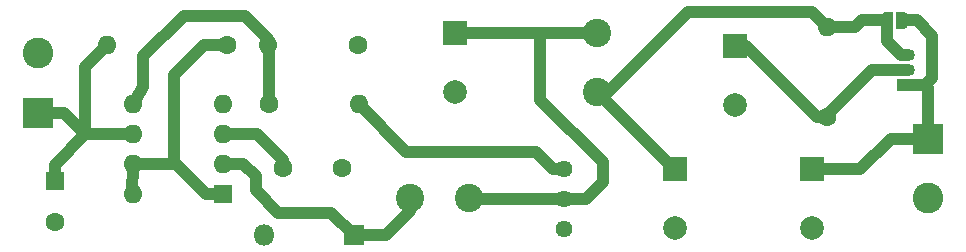
<source format=gtl>
%TF.GenerationSoftware,KiCad,Pcbnew,(5.1.12)-1*%
%TF.CreationDate,2022-12-13T06:15:17+01:00*%
%TF.ProjectId,MC34063_buck,4d433334-3036-4335-9f62-75636b2e6b69,rev?*%
%TF.SameCoordinates,Original*%
%TF.FileFunction,Copper,L1,Top*%
%TF.FilePolarity,Positive*%
%FSLAX46Y46*%
G04 Gerber Fmt 4.6, Leading zero omitted, Abs format (unit mm)*
G04 Created by KiCad (PCBNEW (5.1.12)-1) date 2022-12-13 06:15:17*
%MOMM*%
%LPD*%
G01*
G04 APERTURE LIST*
%TA.AperFunction,ComponentPad*%
%ADD10C,1.600000*%
%TD*%
%TA.AperFunction,ComponentPad*%
%ADD11R,1.800000X1.800000*%
%TD*%
%TA.AperFunction,ComponentPad*%
%ADD12O,1.800000X1.800000*%
%TD*%
%TA.AperFunction,ComponentPad*%
%ADD13C,2.600000*%
%TD*%
%TA.AperFunction,ComponentPad*%
%ADD14R,2.600000X2.600000*%
%TD*%
%TA.AperFunction,SMDPad,CuDef*%
%ADD15C,0.100000*%
%TD*%
%TA.AperFunction,ComponentPad*%
%ADD16C,2.400000*%
%TD*%
%TA.AperFunction,ComponentPad*%
%ADD17O,1.500000X1.050000*%
%TD*%
%TA.AperFunction,ComponentPad*%
%ADD18R,1.500000X1.050000*%
%TD*%
%TA.AperFunction,ComponentPad*%
%ADD19O,1.600000X1.600000*%
%TD*%
%TA.AperFunction,ComponentPad*%
%ADD20C,1.440000*%
%TD*%
%TA.AperFunction,ComponentPad*%
%ADD21R,1.600000X1.600000*%
%TD*%
%TA.AperFunction,ComponentPad*%
%ADD22R,2.000000X2.000000*%
%TD*%
%TA.AperFunction,ComponentPad*%
%ADD23C,2.000000*%
%TD*%
%TA.AperFunction,Conductor*%
%ADD24C,1.000000*%
%TD*%
G04 APERTURE END LIST*
D10*
%TO.P,C2,1*%
%TO.N,Net-(C2-Pad1)*%
X73200000Y-73400000D03*
%TO.P,C2,2*%
%TO.N,GND*%
X78200000Y-73400000D03*
%TD*%
D11*
%TO.P,D1,1*%
%TO.N,Net-(D1-Pad1)*%
X79200000Y-79100000D03*
D12*
%TO.P,D1,2*%
%TO.N,GND*%
X71580000Y-79100000D03*
%TD*%
D13*
%TO.P,J1,2*%
%TO.N,GND*%
X52500000Y-63700000D03*
D14*
%TO.P,J1,1*%
%TO.N,Net-(C1-Pad1)*%
X52500000Y-68700000D03*
%TD*%
%TO.P,J2,1*%
%TO.N,Net-(C6-Pad1)*%
X127800000Y-70900000D03*
D13*
%TO.P,J2,2*%
%TO.N,GND*%
X127800000Y-75900000D03*
%TD*%
%TA.AperFunction,SMDPad,CuDef*%
D15*
%TO.P,JP1,1*%
%TO.N,Net-(C4-Pad1)*%
G36*
X124850000Y-61650000D02*
G01*
X124350000Y-61650000D01*
X124350000Y-61649398D01*
X124325466Y-61649398D01*
X124276635Y-61644588D01*
X124228510Y-61635016D01*
X124181555Y-61620772D01*
X124136222Y-61601995D01*
X124092949Y-61578864D01*
X124052150Y-61551604D01*
X124014221Y-61520476D01*
X123979524Y-61485779D01*
X123948396Y-61447850D01*
X123921136Y-61407051D01*
X123898005Y-61363778D01*
X123879228Y-61318445D01*
X123864984Y-61271490D01*
X123855412Y-61223365D01*
X123850602Y-61174534D01*
X123850602Y-61150000D01*
X123850000Y-61150000D01*
X123850000Y-60650000D01*
X123850602Y-60650000D01*
X123850602Y-60625466D01*
X123855412Y-60576635D01*
X123864984Y-60528510D01*
X123879228Y-60481555D01*
X123898005Y-60436222D01*
X123921136Y-60392949D01*
X123948396Y-60352150D01*
X123979524Y-60314221D01*
X124014221Y-60279524D01*
X124052150Y-60248396D01*
X124092949Y-60221136D01*
X124136222Y-60198005D01*
X124181555Y-60179228D01*
X124228510Y-60164984D01*
X124276635Y-60155412D01*
X124325466Y-60150602D01*
X124350000Y-60150602D01*
X124350000Y-60150000D01*
X124850000Y-60150000D01*
X124850000Y-61650000D01*
G37*
%TD.AperFunction*%
%TA.AperFunction,SMDPad,CuDef*%
%TO.P,JP1,2*%
%TO.N,Net-(C6-Pad1)*%
G36*
X125650000Y-60150602D02*
G01*
X125674534Y-60150602D01*
X125723365Y-60155412D01*
X125771490Y-60164984D01*
X125818445Y-60179228D01*
X125863778Y-60198005D01*
X125907051Y-60221136D01*
X125947850Y-60248396D01*
X125985779Y-60279524D01*
X126020476Y-60314221D01*
X126051604Y-60352150D01*
X126078864Y-60392949D01*
X126101995Y-60436222D01*
X126120772Y-60481555D01*
X126135016Y-60528510D01*
X126144588Y-60576635D01*
X126149398Y-60625466D01*
X126149398Y-60650000D01*
X126150000Y-60650000D01*
X126150000Y-61150000D01*
X126149398Y-61150000D01*
X126149398Y-61174534D01*
X126144588Y-61223365D01*
X126135016Y-61271490D01*
X126120772Y-61318445D01*
X126101995Y-61363778D01*
X126078864Y-61407051D01*
X126051604Y-61447850D01*
X126020476Y-61485779D01*
X125985779Y-61520476D01*
X125947850Y-61551604D01*
X125907051Y-61578864D01*
X125863778Y-61601995D01*
X125818445Y-61620772D01*
X125771490Y-61635016D01*
X125723365Y-61644588D01*
X125674534Y-61649398D01*
X125650000Y-61649398D01*
X125650000Y-61650000D01*
X125150000Y-61650000D01*
X125150000Y-60150000D01*
X125650000Y-60150000D01*
X125650000Y-60150602D01*
G37*
%TD.AperFunction*%
%TD*%
D16*
%TO.P,L1,1*%
%TO.N,Net-(D1-Pad1)*%
X84000000Y-75900000D03*
%TO.P,L1,2*%
%TO.N,Net-(C3-Pad1)*%
X89000000Y-75900000D03*
%TD*%
%TO.P,L2,2*%
%TO.N,Net-(C4-Pad1)*%
X99800000Y-67000000D03*
%TO.P,L2,1*%
%TO.N,Net-(C3-Pad1)*%
X99800000Y-62000000D03*
%TD*%
D17*
%TO.P,Q1,2*%
%TO.N,Net-(C5-Pad1)*%
X126000000Y-65130000D03*
%TO.P,Q1,3*%
%TO.N,Net-(C4-Pad1)*%
X126000000Y-63860000D03*
D18*
%TO.P,Q1,1*%
%TO.N,Net-(C6-Pad1)*%
X126000000Y-66400000D03*
%TD*%
D10*
%TO.P,R1,1*%
%TO.N,Net-(R1-Pad1)*%
X68500000Y-63000000D03*
D19*
%TO.P,R1,2*%
%TO.N,Net-(C1-Pad1)*%
X58340000Y-63000000D03*
%TD*%
D10*
%TO.P,R2,1*%
%TO.N,GND*%
X79600000Y-63000000D03*
D19*
%TO.P,R2,2*%
%TO.N,Net-(R2-Pad2)*%
X71980000Y-63000000D03*
%TD*%
D10*
%TO.P,R4,1*%
%TO.N,Net-(R2-Pad2)*%
X72000000Y-68000000D03*
D19*
%TO.P,R4,2*%
%TO.N,Net-(R4-Pad2)*%
X79620000Y-68000000D03*
%TD*%
%TO.P,R5,2*%
%TO.N,Net-(C4-Pad1)*%
X119300000Y-61480000D03*
D10*
%TO.P,R5,1*%
%TO.N,Net-(C5-Pad1)*%
X119300000Y-69100000D03*
%TD*%
D20*
%TO.P,RV1,1*%
%TO.N,Net-(R4-Pad2)*%
X97000000Y-73500000D03*
%TO.P,RV1,2*%
%TO.N,Net-(C3-Pad1)*%
X97000000Y-76040000D03*
%TO.P,RV1,3*%
%TO.N,N/C*%
X97000000Y-78580000D03*
%TD*%
D21*
%TO.P,U1,1*%
%TO.N,Net-(R1-Pad1)*%
X68100000Y-75600000D03*
D19*
%TO.P,U1,5*%
%TO.N,Net-(R2-Pad2)*%
X60480000Y-67980000D03*
%TO.P,U1,2*%
%TO.N,Net-(D1-Pad1)*%
X68100000Y-73060000D03*
%TO.P,U1,6*%
%TO.N,Net-(C1-Pad1)*%
X60480000Y-70520000D03*
%TO.P,U1,3*%
%TO.N,Net-(C2-Pad1)*%
X68100000Y-70520000D03*
%TO.P,U1,7*%
%TO.N,Net-(R1-Pad1)*%
X60480000Y-73060000D03*
%TO.P,U1,4*%
%TO.N,GND*%
X68100000Y-67980000D03*
%TO.P,U1,8*%
%TO.N,Net-(R1-Pad1)*%
X60480000Y-75600000D03*
%TD*%
D22*
%TO.P,C3,1*%
%TO.N,Net-(C3-Pad1)*%
X87800000Y-62000000D03*
D23*
%TO.P,C3,2*%
%TO.N,GND*%
X87800000Y-67000000D03*
%TD*%
%TO.P,C4,2*%
%TO.N,GND*%
X106400000Y-78500000D03*
D22*
%TO.P,C4,1*%
%TO.N,Net-(C4-Pad1)*%
X106400000Y-73500000D03*
%TD*%
D23*
%TO.P,C5,2*%
%TO.N,GND*%
X111500000Y-68100000D03*
D22*
%TO.P,C5,1*%
%TO.N,Net-(C5-Pad1)*%
X111500000Y-63100000D03*
%TD*%
%TO.P,C6,1*%
%TO.N,Net-(C6-Pad1)*%
X118000000Y-73500000D03*
D23*
%TO.P,C6,2*%
%TO.N,GND*%
X118000000Y-78500000D03*
%TD*%
D21*
%TO.P,C1,1*%
%TO.N,Net-(C1-Pad1)*%
X53900000Y-74500000D03*
D10*
%TO.P,C1,2*%
%TO.N,GND*%
X53900000Y-78000000D03*
%TD*%
D24*
%TO.N,Net-(C1-Pad1)*%
X56480000Y-64860000D02*
X58340000Y-63000000D01*
X56480000Y-70520000D02*
X56480000Y-64860000D01*
X54660000Y-68700000D02*
X56480000Y-70520000D01*
X52500000Y-68700000D02*
X54660000Y-68700000D01*
X56480000Y-70520000D02*
X60480000Y-70520000D01*
X53900000Y-73100000D02*
X56480000Y-70520000D01*
X53900000Y-74500000D02*
X53900000Y-73100000D01*
%TO.N,Net-(C2-Pad1)*%
X71020000Y-70520000D02*
X68100000Y-70520000D01*
X73200000Y-72700000D02*
X71020000Y-70520000D01*
X73200000Y-73400000D02*
X73200000Y-72700000D01*
%TO.N,Net-(C3-Pad1)*%
X87800000Y-62000000D02*
X93600000Y-62000000D01*
X97000000Y-76040000D02*
X98860000Y-76040000D01*
X98860000Y-76040000D02*
X100300000Y-74600000D01*
X100300000Y-74600000D02*
X100300000Y-72900000D01*
X95000000Y-67600000D02*
X95000000Y-62000000D01*
X100300000Y-72900000D02*
X95000000Y-67600000D01*
X95000000Y-62000000D02*
X99800000Y-62000000D01*
X93600000Y-62000000D02*
X95000000Y-62000000D01*
X89140000Y-76040000D02*
X89000000Y-75900000D01*
X97000000Y-76040000D02*
X89140000Y-76040000D01*
%TO.N,Net-(C4-Pad1)*%
X99800000Y-67000000D02*
X100700000Y-67000000D01*
X100700000Y-67000000D02*
X107500000Y-60200000D01*
X118020000Y-60200000D02*
X119300000Y-61480000D01*
X107500000Y-60200000D02*
X118020000Y-60200000D01*
X119300000Y-61480000D02*
X121620000Y-61480000D01*
X122200000Y-60900000D02*
X124350000Y-60900000D01*
X121620000Y-61480000D02*
X122200000Y-60900000D01*
X126000000Y-63860000D02*
X125560000Y-63860000D01*
X124350000Y-62650000D02*
X124350000Y-60900000D01*
X125560000Y-63860000D02*
X124350000Y-62650000D01*
X106400000Y-73600000D02*
X99800000Y-67000000D01*
X106400000Y-74000000D02*
X106400000Y-73600000D01*
%TO.N,Net-(C5-Pad1)*%
X119300000Y-69100000D02*
X119300000Y-68900000D01*
X123070000Y-65130000D02*
X126000000Y-65130000D01*
X119300000Y-68900000D02*
X123070000Y-65130000D01*
X119300000Y-69100000D02*
X118400000Y-69100000D01*
X112400000Y-63100000D02*
X111500000Y-63100000D01*
X118400000Y-69100000D02*
X112400000Y-63100000D01*
%TO.N,Net-(C6-Pad1)*%
X125650000Y-60900000D02*
X126900000Y-60900000D01*
X126900000Y-60900000D02*
X128200000Y-62200000D01*
X128200000Y-62200000D02*
X128200000Y-65800000D01*
X127600000Y-66400000D02*
X126000000Y-66400000D01*
X128200000Y-65800000D02*
X127600000Y-66400000D01*
X127800000Y-66600000D02*
X127600000Y-66400000D01*
X127800000Y-70900000D02*
X127800000Y-66600000D01*
X118000000Y-73500000D02*
X122100000Y-73500000D01*
X124700000Y-70900000D02*
X127800000Y-70900000D01*
X122100000Y-73500000D02*
X124700000Y-70900000D01*
%TO.N,Net-(R2-Pad2)*%
X72000000Y-63020000D02*
X71980000Y-63000000D01*
X72000000Y-68000000D02*
X72000000Y-63020000D01*
X61400000Y-66560000D02*
X60480000Y-67980000D01*
X61400000Y-63900000D02*
X61400000Y-66560000D01*
X64800000Y-60500000D02*
X61400000Y-63900000D01*
X70000000Y-60500000D02*
X64800000Y-60500000D01*
X71980000Y-62480000D02*
X70000000Y-60500000D01*
X71980000Y-63000000D02*
X71980000Y-62480000D01*
%TO.N,Net-(R4-Pad2)*%
X97000000Y-73500000D02*
X96100000Y-73500000D01*
X96100000Y-73500000D02*
X94600000Y-72000000D01*
X83620000Y-72000000D02*
X79620000Y-68000000D01*
X94600000Y-72000000D02*
X83620000Y-72000000D01*
%TO.N,Net-(D1-Pad1)*%
X77300000Y-77200000D02*
X79200000Y-79100000D01*
X72800000Y-77200000D02*
X77300000Y-77200000D01*
X70900000Y-75300000D02*
X72800000Y-77200000D01*
X70900000Y-74100000D02*
X70900000Y-75300000D01*
X69860000Y-73060000D02*
X70900000Y-74100000D01*
X68100000Y-73060000D02*
X69860000Y-73060000D01*
X84000000Y-77000000D02*
X84000000Y-75900000D01*
X81900000Y-79100000D02*
X84000000Y-77000000D01*
X79200000Y-79100000D02*
X81900000Y-79100000D01*
%TO.N,Net-(R1-Pad1)*%
X64000000Y-72900000D02*
X64000000Y-65500000D01*
X66500000Y-63000000D02*
X68500000Y-63000000D01*
X64000000Y-65500000D02*
X66500000Y-63000000D01*
X66700000Y-75600000D02*
X64000000Y-72900000D01*
X68100000Y-75600000D02*
X66700000Y-75600000D01*
X60480000Y-73060000D02*
X60400000Y-75600000D01*
X63840000Y-73060000D02*
X64000000Y-72900000D01*
X60480000Y-73060000D02*
X63840000Y-73060000D01*
%TD*%
M02*

</source>
